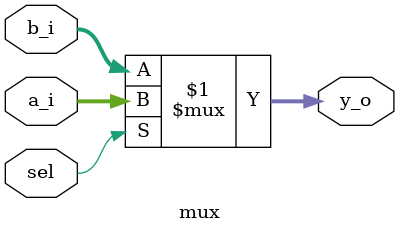
<source format=v>
/**************
Name: Partha Singha Roy
Date: 01-08-2023
***************/
`timescale 1ns / 1ps

module mux(
    input wire [7:0] a_i,
    input wire [7:0] b_i,
    input wire sel,
    output wire [7:0] y_o
    );
    
    assign y_o = sel ? a_i : b_i;
    
endmodule


</source>
